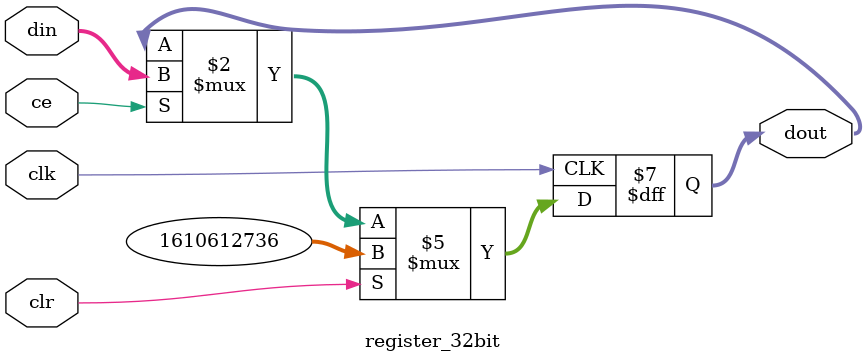
<source format=v>

module register_32bit(din, clk, clr, ce, dout);
    input [31:0] din ;
    input clk ;
    input clr ;
    input ce ;
    output [31:0] dout ;

	 reg [31:0] dout ;
    
	 always @(posedge clk)
	 begin
	 		if(clr)
			dout <= 32'b 01100000000000000000000000000000 ;

			else
			begin
					if (ce)
						dout <= din ;
			end
	 end

endmodule
</source>
